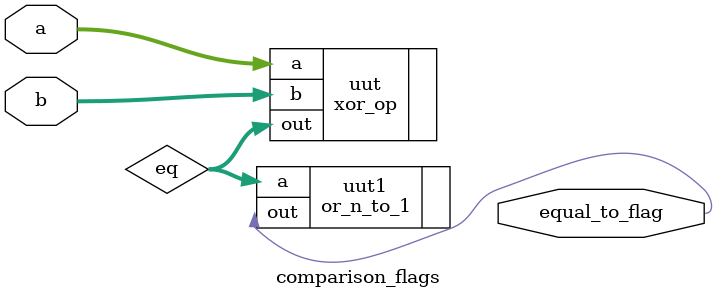
<source format=sv>
module comparison_flags #(
    N = 8
) (
    input wire [(N > 0) ? N-1 : 0 : 0] a,
    input wire [(N > 0) ? N-1 : 0 : 0] b,
    //output wire greater_than_flag,
    //output wire less_than_flag,
    output wire equal_to_flag
);

wire [(N > 0) ? N-1 : 0 : 0] eq;

xor_op #(
    .N(N)
) uut (
    .a(a),
    .b(b),
    .out(eq)
);

or_n_to_1 #(
    .N(N)
) uut1 (
    .a(eq),
    .out(equal_to_flag)
);




/*
subtractor #(
    .N(N)
) subtractor1 (
    .a(a),
    .b(b),
    .cin(1'b1),
    .sum(),
    .cout()
)



wire 
wire [(N-1) ? N-1 : 0 : 0] sub_out;

genvar i;
generate

subtractor1

endgenerate

*/
endmodule
</source>
